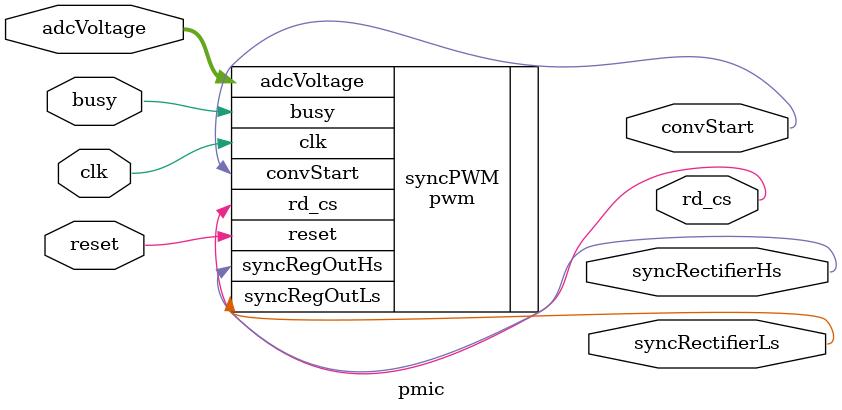
<source format=v>
`default_nettype none

module pmic(
    input clk,
    input reset,
    //input enable,
    input busy,
    input [7:0] adcVoltage,
    output convStart,
    output rd_cs,
    output syncRectifierLs,
    output syncRectifierHs
    );
    
    wire slowerClk;
    
   // slow_clk slowClk(
    	//.original_clk(clk), 
    //	.slow_clk(slowerClk)
    //	);
    pwm syncPWM(
    	.clk(clk), 
    	.reset(reset), 
    	//.enable(enable), 
    	.busy(busy), 
    	.adcVoltage(adcVoltage), 
    	.convStart(convStart), 
    	.rd_cs(rd_cs),
    	.syncRegOutLs(syncRectifierLs),
    	.syncRegOutHs(syncRectifierHs)
    	);
  
    
endmodule


</source>
